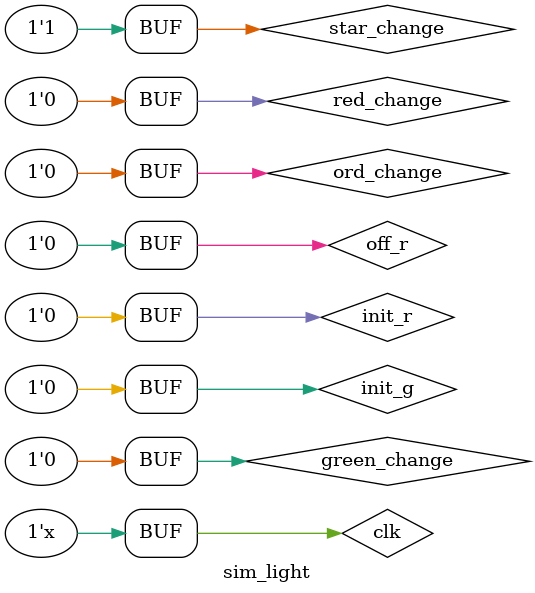
<source format=v>
module sim_light();
    reg init_g, init_r, off_r;
    reg clk;
    reg ord_change, green_change, red_change, star_change;
    wire [2 : 0]LED16;
    wire [ 7 : 0]SIG_C, AN;
    wire [ 3 : 0]light_state;

    light m(init_g, init_r, off_r, clk, ord_change, green_change,
        red_change, star_change, LED16, SIG_C, AN, light_state);
    initial begin
        init_g <=0; init_r <= 0; off_r <= 1; clk <= 0;
        ord_change <= 0; green_change <= 0; red_change <= 0;
        star_change <=0;
        #20 off_r <= 0;
        #40 init_r <= 1;
        #60 init_r <= 0;
        #80 green_change <= 1;
        #140 green_change <= 0;
        #180 star_change <= 1;
        #300 star_change <= 1;
    end

    always begin 
        #5 clk = ~clk;
    end
endmodule // module_online
</source>
